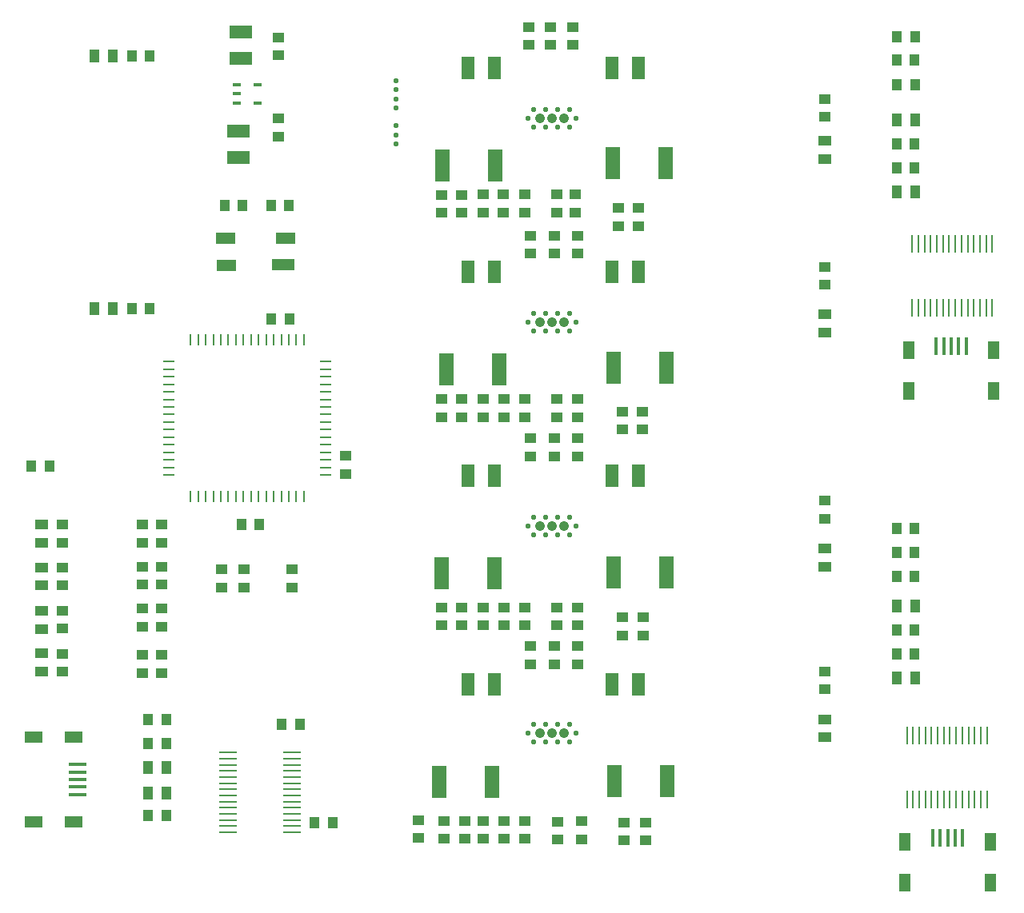
<source format=gbr>
G04 DipTrace 2.1.0.0*
%INTop Paste.gbr*%
%MOIN*%
%ADD10C,0.01*%
%ADD11C,0.006*%
%ADD12C,0.003*%
%ADD13C,0.016*%
%ADD14C,0.008*%
%ADD15C,0.039*%
%ADD16C,0.012*%
%ADD17C,0.02*%
%ADD18C,0.06*%
%ADD19C,0.15*%
%ADD20C,0.05*%
%ADD21C,0.125*%
%ADD22C,0.1*%
%ADD23C,0.025*%
%ADD24C,0.013*%
%ADD25R,0.1063X0.063*%
%ADD26R,0.0591X0.0512*%
%ADD27R,0.0512X0.0591*%
%ADD28R,0.063X0.1063*%
%ADD29R,0.05X0.06*%
%ADD30R,0.06X0.05*%
%ADD31R,0.1X0.1*%
%ADD32R,0.0591X0.0591*%
%ADD33C,0.0591*%
%ADD34R,0.0827X0.0197*%
%ADD35R,0.0827X0.0591*%
%ADD36R,0.125X0.125*%
%ADD37C,0.1*%
%ADD38R,0.06X0.06*%
%ADD39R,0.071X0.14*%
%ADD40R,0.0551X0.0177*%
%ADD41R,0.0177X0.0551*%
%ADD42R,0.04X0.025*%
%ADD43R,0.012X0.065*%
%ADD44R,0.0827X0.0157*%
%ADD45R,0.09X0.056*%
%ADD46R,0.1X0.056*%
%ADD47R,0.0197X0.0827*%
%ADD48R,0.0591X0.0827*%
%ADD49R,0.0157X0.0827*%
%ADD50C,0.031*%
%ADD51C,0.019*%
%ADD52C,0.035*%
%ADD53C,0.095*%
%ADD54C,0.12*%
%ADD55C,0.11*%
%ADD56C,0.067*%
%ADD57C,0.0354*%
%ADD58C,0.063*%
%ADD59C,0.038*%
%ADD60C,0.023*%
%ADD61C,0.058*%
%ADD62C,0.042*%
%ADD63R,0.0237X0.0907*%
%ADD64R,0.0077X0.0747*%
%ADD65R,0.0671X0.0907*%
%ADD66R,0.0511X0.0747*%
%ADD67R,0.0277X0.0907*%
%ADD68R,0.0117X0.0747*%
%ADD69R,0.108X0.064*%
%ADD70R,0.092X0.048*%
%ADD71R,0.098X0.064*%
%ADD72R,0.082X0.048*%
%ADD73R,0.0907X0.0237*%
%ADD74R,0.0747X0.0077*%
%ADD75R,0.02X0.073*%
%ADD76R,0.004X0.057*%
%ADD77R,0.048X0.033*%
%ADD78R,0.032X0.017*%
%ADD79R,0.0257X0.0631*%
%ADD80R,0.0097X0.0471*%
%ADD81R,0.0631X0.0257*%
%ADD82R,0.0471X0.0097*%
%ADD83R,0.079X0.148*%
%ADD84R,0.063X0.132*%
%ADD85R,0.068X0.068*%
%ADD86R,0.052X0.052*%
%ADD87C,0.068*%
%ADD88C,0.052*%
%ADD89C,0.108*%
%ADD90C,0.092*%
%ADD91R,0.133X0.133*%
%ADD92R,0.117X0.117*%
%ADD93R,0.0907X0.0671*%
%ADD94R,0.0747X0.0511*%
%ADD95R,0.0907X0.0277*%
%ADD96R,0.0747X0.0117*%
%ADD97C,0.0671*%
%ADD98C,0.0511*%
%ADD99R,0.0671X0.0671*%
%ADD100R,0.0511X0.0511*%
%ADD101C,0.108*%
%ADD102C,0.092*%
%ADD103R,0.108X0.108*%
%ADD104R,0.092X0.092*%
%ADD105R,0.068X0.058*%
%ADD106R,0.052X0.042*%
%ADD107R,0.058X0.068*%
%ADD108R,0.042X0.052*%
%ADD109R,0.071X0.1143*%
%ADD110R,0.055X0.0983*%
%ADD111R,0.0592X0.0671*%
%ADD112R,0.0432X0.0511*%
%ADD113R,0.0671X0.0592*%
%ADD114R,0.0511X0.0432*%
%ADD115R,0.1143X0.071*%
%ADD116R,0.0983X0.055*%
%ADD117C,0.0062*%
%ADD118C,0.0124*%
%ADD119C,0.0077*%
%FSLAX44Y44*%
%SFA1B1*%
%OFA0B0*%
G04*
G70*
G90*
G75*
G01*
%LNTopPaste*%
%LPD*%
D62*
X26815Y37000D3*
X27315D3*
D60*
X27815D3*
D62*
X26815Y28500D3*
X26315Y37000D3*
D60*
X25815D3*
D62*
X27315Y28500D3*
D60*
X26565Y37375D3*
X27065D3*
X27565D3*
X27815Y28500D3*
X26065Y37375D3*
D62*
X26315Y28500D3*
D60*
X25815D3*
X26065Y36625D3*
X26565D3*
X27065D3*
X27565D3*
X27065Y28875D3*
X27565D3*
X26565D3*
X26065D3*
X26565Y28125D3*
X27065D3*
X27565D3*
X26065D3*
D62*
X26815Y20000D3*
X27315D3*
D60*
X27815D3*
D62*
X26315D3*
D60*
X25815D3*
X27065Y20375D3*
X27565D3*
X26565D3*
X26065D3*
Y19625D3*
X26565D3*
X27065D3*
X27565D3*
D62*
X26815Y11375D3*
X27315D3*
D60*
X27815D3*
D62*
X26315D3*
D60*
X25815D3*
X26565Y11750D3*
X27065D3*
X27565D3*
X26065D3*
X26565Y11000D3*
X27065D3*
X27565D3*
X26065D3*
X20315Y37440D3*
Y37815D3*
Y38190D3*
Y38565D3*
Y36690D3*
Y36315D3*
Y35940D3*
D116*
X13753Y35377D3*
Y36480D3*
X13851Y39511D3*
Y40613D3*
D114*
X15438Y36998D3*
Y36250D3*
D112*
X14626Y20062D3*
X13877D3*
D114*
X15441Y39626D3*
Y40374D3*
X18239Y22934D3*
Y22186D3*
D112*
X15138Y28625D3*
X15886D3*
X13189Y33374D3*
X13937D3*
X15874D3*
X15126D3*
X16941Y7627D3*
X17689D3*
X15566Y11751D3*
X16314D3*
X10002Y11939D3*
X10750D3*
D114*
X16000Y17446D3*
Y18194D3*
D110*
X24441Y39090D3*
X23339D3*
X29339D3*
X30441D3*
D114*
X27693Y40066D3*
Y40814D3*
X26747Y40066D3*
Y40814D3*
X25875D3*
Y40066D3*
X23965Y33078D3*
Y33827D3*
X25692Y33078D3*
Y33827D3*
X27778Y33078D3*
Y33827D3*
D110*
X24441Y30590D3*
X23339D3*
X29339D3*
X30441D3*
D114*
X27880Y31373D3*
Y32122D3*
X26935Y31373D3*
Y32122D3*
X25937D3*
Y31373D3*
X23970Y24556D3*
Y25304D3*
X25690Y24556D3*
Y25304D3*
X27900Y24556D3*
Y25304D3*
D110*
X24441Y22090D3*
X23339D3*
X29339D3*
X30441D3*
D114*
X27880Y22911D3*
Y23659D3*
X26930Y22911D3*
Y23659D3*
X25940D3*
Y22911D3*
X23970Y15866D3*
Y16614D3*
X25690Y15866D3*
Y16614D3*
X27010Y15866D3*
Y16614D3*
D110*
X24441Y13390D3*
X23339D3*
X29339D3*
X30441D3*
D114*
X27880Y14246D3*
Y14994D3*
X26930Y14246D3*
Y14994D3*
X25940D3*
Y14246D3*
X23970Y6966D3*
Y7714D3*
X25690Y6966D3*
Y7714D3*
X27065Y6940D3*
Y7688D3*
D108*
X7750Y29063D3*
X8510D3*
X7750Y39620D3*
X8510D3*
X9993Y8877D3*
X10753D3*
X9993Y9940D3*
X10753D3*
D106*
X5565Y19310D3*
Y20070D3*
Y17525D3*
Y18285D3*
Y15720D3*
Y16480D3*
Y13935D3*
Y14695D3*
X38190Y35305D3*
Y36065D3*
Y28065D3*
Y28825D3*
Y18315D3*
Y19075D3*
Y11190D3*
Y11950D3*
D96*
X7065Y10065D3*
Y9752D3*
Y9440D3*
Y9127D3*
Y8815D3*
D94*
X6908Y7668D3*
X5215D3*
X6908Y11212D3*
X5215D3*
D112*
X9315Y29062D3*
X10063D3*
X9316Y39620D3*
X10064D3*
X5877Y22502D3*
X5129D3*
D114*
X13065Y18190D3*
Y17442D3*
X14003D3*
Y18190D3*
D112*
X10751Y7940D3*
X10003D3*
X10751Y10940D3*
X10003D3*
D114*
X21267Y7738D3*
Y6990D3*
X9753Y20065D3*
Y19317D3*
X10566Y20064D3*
Y19316D3*
X9753Y18314D3*
Y17566D3*
X10566Y18314D3*
Y17566D3*
X9753Y16564D3*
Y15816D3*
X10566Y16564D3*
Y15816D3*
X9753Y14627D3*
Y13878D3*
X10566Y14627D3*
Y13878D3*
X6440Y20064D3*
Y19316D3*
Y18279D3*
Y17531D3*
Y16474D3*
Y15726D3*
Y14689D3*
Y13941D3*
D84*
X22275Y35050D3*
X24475D3*
X31545Y35135D3*
X29345D3*
D114*
X22210Y33808D3*
Y33060D3*
X23070Y33818D3*
Y33070D3*
X24808Y33827D3*
Y33078D3*
X27015Y33827D3*
Y33078D3*
X29582Y33257D3*
Y32509D3*
X30432Y33266D3*
Y32517D3*
D84*
X22410Y26550D3*
X24610D3*
X31600Y26590D3*
X29400D3*
D114*
X22210Y25304D3*
Y24556D3*
X23070Y25304D3*
Y24556D3*
X24810Y25304D3*
Y24556D3*
X27010Y25304D3*
Y24556D3*
X29743Y24784D3*
Y24036D3*
X30580Y24784D3*
Y24036D3*
D84*
X22230Y18030D3*
X24430D3*
X31580Y18080D3*
X29380D3*
D114*
X22210Y16614D3*
Y15866D3*
X23070Y16614D3*
Y15866D3*
X24810Y16614D3*
Y15866D3*
X27900Y16614D3*
Y15866D3*
X29767Y16194D3*
Y15446D3*
X30617Y16194D3*
Y15446D3*
D84*
X22120Y9350D3*
X24320D3*
X31630Y9370D3*
X29430D3*
D114*
X22330Y7714D3*
Y6966D3*
X23180Y7714D3*
Y6966D3*
X24810Y7714D3*
Y6966D3*
X28065Y7690D3*
Y6942D3*
X29820Y7652D3*
Y6903D3*
X30710Y7652D3*
Y6903D3*
X38190Y37065D3*
Y37813D3*
Y30065D3*
Y30813D3*
Y20317D3*
Y21065D3*
Y13192D3*
Y13940D3*
D82*
X10860Y26862D3*
Y26547D3*
Y26232D3*
Y25917D3*
Y25602D3*
Y25287D3*
Y24972D3*
Y24657D3*
Y24343D3*
Y24028D3*
Y23713D3*
Y23398D3*
Y23083D3*
Y22768D3*
Y22453D3*
Y22138D3*
D80*
X11765Y21232D3*
X12080D3*
X12395D3*
X12710D3*
X13025D3*
X13340D3*
X13655D3*
X13970D3*
X14285D3*
X14600D3*
X14915D3*
X15230D3*
X15545D3*
X15860D3*
X16175D3*
X16490D3*
D82*
X17395Y22138D3*
Y22453D3*
Y22768D3*
Y23083D3*
Y23398D3*
Y23713D3*
Y24028D3*
Y24343D3*
Y24657D3*
Y24972D3*
Y25287D3*
Y25602D3*
Y25917D3*
Y26232D3*
Y26547D3*
Y26862D3*
D80*
X16490Y27768D3*
X16175D3*
X15860D3*
X15545D3*
X15230D3*
X14915D3*
X14600D3*
X14285D3*
X13970D3*
X13655D3*
X13340D3*
X13025D3*
X12710D3*
X12395D3*
X12080D3*
X11765D3*
D78*
X13684Y38410D3*
Y38032D3*
X14547Y38409D3*
X13684Y37647D3*
X14550Y37651D3*
D76*
X25250Y35910D3*
X25500D3*
X25758Y35907D3*
X26014D3*
X26270D3*
X26526D3*
X26782D3*
X27037D3*
X27293D3*
X27549D3*
X27805D3*
X28061D3*
X28317D3*
X28573D3*
Y38093D3*
X28317D3*
X28061D3*
X27805D3*
X27549D3*
X27290Y38090D3*
X27037Y38093D3*
X26782D3*
X26526D3*
X26270D3*
X26014D3*
X25758D3*
X25502D3*
X25250Y38090D3*
Y27460D3*
X25500D3*
X25758Y27457D3*
X26014D3*
X26270D3*
X26526D3*
X26782D3*
X27037D3*
X27293D3*
X27549D3*
X27805D3*
X28061D3*
X28317D3*
X28573D3*
Y29643D3*
X28317D3*
X28061D3*
X27805D3*
X27549D3*
X27290Y29640D3*
X27037Y29643D3*
X26782D3*
X26526D3*
X26270D3*
X26014D3*
X25758D3*
X25502D3*
X25250Y29640D3*
Y18960D3*
X25500D3*
X25758Y18957D3*
X26014D3*
X26270D3*
X26526D3*
X26782D3*
X27037D3*
X27293D3*
X27549D3*
X27805D3*
X28061D3*
X28317D3*
X28573D3*
Y21143D3*
X28317D3*
X28061D3*
X27805D3*
X27549D3*
X27290Y21140D3*
X27037Y21143D3*
X26782D3*
X26526D3*
X26270D3*
X26014D3*
X25758D3*
X25502D3*
X25250Y21140D3*
Y10250D3*
X25500D3*
X25758Y10247D3*
X26014D3*
X26270D3*
X26526D3*
X26782D3*
X27037D3*
X27293D3*
X27549D3*
X27805D3*
X28061D3*
X28317D3*
X28573D3*
Y12433D3*
X28317D3*
X28061D3*
X27805D3*
X27549D3*
X27290Y12430D3*
X27037Y12433D3*
X26782D3*
X26526D3*
X26270D3*
X26014D3*
X25758D3*
X25502D3*
X25250Y12430D3*
D74*
X13315Y10565D3*
Y10309D3*
Y10053D3*
Y9797D3*
Y9541D3*
Y9285D3*
Y9030D3*
Y8774D3*
Y8518D3*
Y8262D3*
Y8006D3*
Y7750D3*
Y7494D3*
Y7238D3*
X15992D3*
Y7494D3*
Y7750D3*
Y8006D3*
Y8262D3*
Y8518D3*
Y8774D3*
Y9030D3*
Y9285D3*
Y9541D3*
Y9797D3*
Y10053D3*
Y10309D3*
Y10565D3*
D72*
X13252Y30875D3*
X13232Y31997D3*
X15712Y32000D3*
D70*
X15629Y30897D3*
D112*
X41200Y40410D3*
X41948D3*
X41190Y39440D3*
X41938D3*
X41200Y38410D3*
X41948D3*
D108*
X41192Y36940D3*
X41952D3*
X41192Y33940D3*
X41952D3*
D68*
X42835Y27503D3*
X43148D3*
X43460D3*
X43773D3*
X44085D3*
D66*
X45232Y27346D3*
Y25653D3*
X41688Y27346D3*
Y25653D3*
D112*
X41190Y19910D3*
X41938D3*
X41190Y18910D3*
X41938D3*
X41940Y35940D3*
X41192D3*
X41940Y34940D3*
X41192D3*
D64*
X45166Y31779D3*
X44910D3*
X44654D3*
X44398D3*
X44142D3*
X43886D3*
X43630D3*
X43375D3*
X43119D3*
X42863D3*
X42607D3*
X42351D3*
X42095D3*
X41839D3*
Y29101D3*
X42095D3*
X42351D3*
X42607D3*
X42863D3*
X43119D3*
X43375D3*
X43630D3*
X43886D3*
X44142D3*
X44398D3*
X44654D3*
X44910D3*
X45166D3*
D112*
X41190Y17910D3*
X41938D3*
D108*
X41190Y16660D3*
X41950D3*
X41190Y13660D3*
X41950D3*
D68*
X42685Y7003D3*
X42998D3*
X43310D3*
X43623D3*
X43935D3*
D66*
X45082Y6846D3*
Y5153D3*
X41538Y6846D3*
Y5153D3*
D112*
X41938Y15660D3*
X41190D3*
X41938Y14660D3*
X41190D3*
D64*
X44943Y11279D3*
X44687D3*
X44432D3*
X44176D3*
X43920D3*
X43664D3*
X43408D3*
X43152D3*
X42896D3*
X42640D3*
X42384D3*
X42128D3*
X41873D3*
X41617D3*
Y8601D3*
X41873D3*
X42128D3*
X42384D3*
X42640D3*
X42896D3*
X43152D3*
X43408D3*
X43664D3*
X43920D3*
X44176D3*
X44432D3*
X44687D3*
X44943D3*
M02*

</source>
